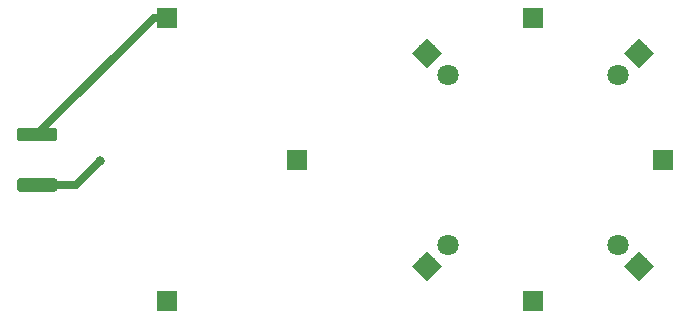
<source format=gbl>
G04 #@! TF.GenerationSoftware,KiCad,Pcbnew,5.1.4*
G04 #@! TF.CreationDate,2019-09-18T22:14:05+02:00*
G04 #@! TF.ProjectId,crf_bokmassabot,6372665f-626f-46b6-9d61-737361626f74,rev?*
G04 #@! TF.SameCoordinates,Original*
G04 #@! TF.FileFunction,Copper,L2,Bot*
G04 #@! TF.FilePolarity,Positive*
%FSLAX46Y46*%
G04 Gerber Fmt 4.6, Leading zero omitted, Abs format (unit mm)*
G04 Created by KiCad (PCBNEW 5.1.4) date 2019-09-18 22:14:05*
%MOMM*%
%LPD*%
G04 APERTURE LIST*
%ADD10R,1.700000X1.700000*%
%ADD11C,1.800000*%
%ADD12C,0.100000*%
%ADD13C,1.125000*%
%ADD14C,0.800000*%
%ADD15C,0.635000*%
G04 APERTURE END LIST*
D10*
X191000000Y-122000000D03*
X191000000Y-98000000D03*
X202000000Y-110000000D03*
X160000000Y-122000000D03*
X160000000Y-98000000D03*
X171000000Y-110000000D03*
D11*
X200000000Y-119000000D03*
D12*
G36*
X201272792Y-119000000D02*
G01*
X200000000Y-120272792D01*
X198727208Y-119000000D01*
X200000000Y-117727208D01*
X201272792Y-119000000D01*
X201272792Y-119000000D01*
G37*
D11*
X198203949Y-117203949D03*
X183796051Y-117203949D03*
X182000000Y-119000000D03*
D12*
G36*
X182000000Y-120272792D02*
G01*
X180727208Y-119000000D01*
X182000000Y-117727208D01*
X183272792Y-119000000D01*
X182000000Y-120272792D01*
X182000000Y-120272792D01*
G37*
D11*
X200000000Y-101000000D03*
D12*
G36*
X200000000Y-99727208D02*
G01*
X201272792Y-101000000D01*
X200000000Y-102272792D01*
X198727208Y-101000000D01*
X200000000Y-99727208D01*
X200000000Y-99727208D01*
G37*
D11*
X198203949Y-102796051D03*
X183796051Y-102796051D03*
X182000000Y-101000000D03*
D12*
G36*
X180727208Y-101000000D02*
G01*
X182000000Y-99727208D01*
X183272792Y-101000000D01*
X182000000Y-102272792D01*
X180727208Y-101000000D01*
X180727208Y-101000000D01*
G37*
G36*
X150474505Y-107301204D02*
G01*
X150498773Y-107304804D01*
X150522572Y-107310765D01*
X150545671Y-107319030D01*
X150567850Y-107329520D01*
X150588893Y-107342132D01*
X150608599Y-107356747D01*
X150626777Y-107373223D01*
X150643253Y-107391401D01*
X150657868Y-107411107D01*
X150670480Y-107432150D01*
X150680970Y-107454329D01*
X150689235Y-107477428D01*
X150695196Y-107501227D01*
X150698796Y-107525495D01*
X150700000Y-107549999D01*
X150700000Y-108175001D01*
X150698796Y-108199505D01*
X150695196Y-108223773D01*
X150689235Y-108247572D01*
X150680970Y-108270671D01*
X150670480Y-108292850D01*
X150657868Y-108313893D01*
X150643253Y-108333599D01*
X150626777Y-108351777D01*
X150608599Y-108368253D01*
X150588893Y-108382868D01*
X150567850Y-108395480D01*
X150545671Y-108405970D01*
X150522572Y-108414235D01*
X150498773Y-108420196D01*
X150474505Y-108423796D01*
X150450001Y-108425000D01*
X147549999Y-108425000D01*
X147525495Y-108423796D01*
X147501227Y-108420196D01*
X147477428Y-108414235D01*
X147454329Y-108405970D01*
X147432150Y-108395480D01*
X147411107Y-108382868D01*
X147391401Y-108368253D01*
X147373223Y-108351777D01*
X147356747Y-108333599D01*
X147342132Y-108313893D01*
X147329520Y-108292850D01*
X147319030Y-108270671D01*
X147310765Y-108247572D01*
X147304804Y-108223773D01*
X147301204Y-108199505D01*
X147300000Y-108175001D01*
X147300000Y-107549999D01*
X147301204Y-107525495D01*
X147304804Y-107501227D01*
X147310765Y-107477428D01*
X147319030Y-107454329D01*
X147329520Y-107432150D01*
X147342132Y-107411107D01*
X147356747Y-107391401D01*
X147373223Y-107373223D01*
X147391401Y-107356747D01*
X147411107Y-107342132D01*
X147432150Y-107329520D01*
X147454329Y-107319030D01*
X147477428Y-107310765D01*
X147501227Y-107304804D01*
X147525495Y-107301204D01*
X147549999Y-107300000D01*
X150450001Y-107300000D01*
X150474505Y-107301204D01*
X150474505Y-107301204D01*
G37*
D13*
X149000000Y-107862500D03*
D12*
G36*
X150474505Y-111576204D02*
G01*
X150498773Y-111579804D01*
X150522572Y-111585765D01*
X150545671Y-111594030D01*
X150567850Y-111604520D01*
X150588893Y-111617132D01*
X150608599Y-111631747D01*
X150626777Y-111648223D01*
X150643253Y-111666401D01*
X150657868Y-111686107D01*
X150670480Y-111707150D01*
X150680970Y-111729329D01*
X150689235Y-111752428D01*
X150695196Y-111776227D01*
X150698796Y-111800495D01*
X150700000Y-111824999D01*
X150700000Y-112450001D01*
X150698796Y-112474505D01*
X150695196Y-112498773D01*
X150689235Y-112522572D01*
X150680970Y-112545671D01*
X150670480Y-112567850D01*
X150657868Y-112588893D01*
X150643253Y-112608599D01*
X150626777Y-112626777D01*
X150608599Y-112643253D01*
X150588893Y-112657868D01*
X150567850Y-112670480D01*
X150545671Y-112680970D01*
X150522572Y-112689235D01*
X150498773Y-112695196D01*
X150474505Y-112698796D01*
X150450001Y-112700000D01*
X147549999Y-112700000D01*
X147525495Y-112698796D01*
X147501227Y-112695196D01*
X147477428Y-112689235D01*
X147454329Y-112680970D01*
X147432150Y-112670480D01*
X147411107Y-112657868D01*
X147391401Y-112643253D01*
X147373223Y-112626777D01*
X147356747Y-112608599D01*
X147342132Y-112588893D01*
X147329520Y-112567850D01*
X147319030Y-112545671D01*
X147310765Y-112522572D01*
X147304804Y-112498773D01*
X147301204Y-112474505D01*
X147300000Y-112450001D01*
X147300000Y-111824999D01*
X147301204Y-111800495D01*
X147304804Y-111776227D01*
X147310765Y-111752428D01*
X147319030Y-111729329D01*
X147329520Y-111707150D01*
X147342132Y-111686107D01*
X147356747Y-111666401D01*
X147373223Y-111648223D01*
X147391401Y-111631747D01*
X147411107Y-111617132D01*
X147432150Y-111604520D01*
X147454329Y-111594030D01*
X147477428Y-111585765D01*
X147501227Y-111579804D01*
X147525495Y-111576204D01*
X147549999Y-111575000D01*
X150450001Y-111575000D01*
X150474505Y-111576204D01*
X150474505Y-111576204D01*
G37*
D13*
X149000000Y-112137500D03*
D14*
X154305000Y-110109000D03*
D15*
X158862500Y-98000000D02*
X160000000Y-98000000D01*
X149000000Y-107862500D02*
X158862500Y-98000000D01*
X149000000Y-112137500D02*
X152276500Y-112137500D01*
X152276500Y-112137500D02*
X154305000Y-110109000D01*
M02*

</source>
